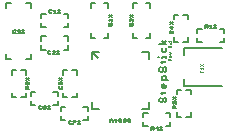
<source format=gto>
G75*
G70*
%OFA0B0*%
%FSLAX24Y24*%
%IPPOS*%
%LPD*%
%AMOC8*
5,1,8,0,0,1.08239X$1,22.5*
%
%ADD10C,0.0080*%
%ADD11C,0.0060*%
%ADD12C,0.0050*%
%ADD13C,0.0040*%
D10*
X003219Y001706D02*
X003219Y001941D01*
X003219Y001706D02*
X003454Y001706D01*
X004873Y001706D02*
X005108Y001706D01*
X005108Y001941D01*
X005453Y001967D02*
X005490Y001930D01*
X005527Y001930D01*
X005563Y001967D01*
X005563Y002040D01*
X005600Y002077D01*
X005637Y002077D01*
X005673Y002040D01*
X005673Y001967D01*
X005637Y001930D01*
X005490Y002077D02*
X005453Y002040D01*
X005453Y001967D01*
X005527Y002206D02*
X005527Y002280D01*
X005490Y002243D02*
X005637Y002243D01*
X005673Y002280D01*
X005637Y002390D02*
X005563Y002390D01*
X005527Y002427D01*
X005527Y002500D01*
X005563Y002537D01*
X005600Y002537D01*
X005600Y002390D01*
X005637Y002390D02*
X005673Y002427D01*
X005673Y002500D01*
X005673Y002667D02*
X005673Y002777D01*
X005637Y002813D01*
X005563Y002813D01*
X005527Y002777D01*
X005527Y002667D01*
X005747Y002667D01*
X005637Y002943D02*
X005673Y002980D01*
X005673Y003053D01*
X005637Y003090D01*
X005600Y003090D01*
X005563Y003053D01*
X005563Y002980D01*
X005527Y002943D01*
X005490Y002943D01*
X005453Y002980D01*
X005453Y003053D01*
X005490Y003090D01*
X005527Y003219D02*
X005527Y003292D01*
X005490Y003256D02*
X005637Y003256D01*
X005673Y003292D01*
X005673Y003403D02*
X005673Y003477D01*
X005673Y003440D02*
X005527Y003440D01*
X005527Y003403D01*
X005453Y003440D02*
X005416Y003440D01*
X005563Y003587D02*
X005637Y003587D01*
X005673Y003624D01*
X005673Y003734D01*
X005673Y003864D02*
X005453Y003864D01*
X005527Y003974D02*
X005600Y003864D01*
X005673Y003974D01*
X005527Y003734D02*
X005527Y003624D01*
X005563Y003587D01*
X005108Y003594D02*
X005108Y003359D01*
X005108Y003594D02*
X004873Y003594D01*
X003454Y003594D02*
X003219Y003594D01*
X003219Y003359D01*
X006283Y003494D02*
X006283Y003730D01*
X007543Y003730D01*
X006283Y002706D02*
X006283Y002470D01*
X007543Y002470D01*
D11*
X006493Y002350D02*
X006493Y002200D01*
X006493Y002350D02*
X006343Y002350D01*
X006183Y002350D02*
X006033Y002350D01*
X006033Y002200D01*
X006033Y001600D02*
X006033Y001450D01*
X006183Y001450D01*
X006343Y001450D02*
X006493Y001450D01*
X006493Y001600D01*
X005813Y001580D02*
X005813Y001430D01*
X005813Y001270D02*
X005813Y001120D01*
X005663Y001120D01*
X005063Y001120D02*
X004913Y001120D01*
X004913Y001270D01*
X004913Y001430D02*
X004913Y001580D01*
X005063Y001580D01*
X005663Y001580D02*
X005813Y001580D01*
X003413Y003400D02*
X003213Y003600D01*
X003173Y004080D02*
X003323Y004080D01*
X003173Y004080D02*
X003173Y004230D01*
X003603Y004080D02*
X003753Y004080D01*
X003753Y004230D01*
X004573Y004230D02*
X004573Y004080D01*
X004723Y004080D01*
X005003Y004080D02*
X005153Y004080D01*
X005153Y004230D01*
X005933Y004100D02*
X005933Y003950D01*
X006083Y003950D01*
X006243Y003950D02*
X006393Y003950D01*
X006393Y004100D01*
X006713Y004070D02*
X006713Y003920D01*
X006863Y003920D01*
X006713Y004230D02*
X006713Y004380D01*
X006863Y004380D01*
X006393Y004700D02*
X006393Y004850D01*
X006243Y004850D01*
X006083Y004850D02*
X005933Y004850D01*
X005933Y004700D01*
X005153Y005070D02*
X005153Y005220D01*
X005003Y005220D01*
X004723Y005220D02*
X004573Y005220D01*
X004573Y005070D01*
X003753Y005070D02*
X003753Y005220D01*
X003603Y005220D01*
X003323Y005220D02*
X003173Y005220D01*
X003173Y005070D01*
X002413Y004880D02*
X002413Y004730D01*
X002413Y004880D02*
X002263Y004880D01*
X002413Y004570D02*
X002413Y004420D01*
X002263Y004420D01*
X002263Y004130D02*
X002413Y004130D01*
X002413Y003980D01*
X002413Y003820D02*
X002413Y003670D01*
X002263Y003670D01*
X001663Y003670D02*
X001513Y003670D01*
X001513Y003820D01*
X001513Y003980D02*
X001513Y004130D01*
X001663Y004130D01*
X001663Y004420D02*
X001513Y004420D01*
X001513Y004570D01*
X001513Y004730D02*
X001513Y004880D01*
X001663Y004880D01*
X001173Y005070D02*
X001173Y005220D01*
X001023Y005220D01*
X000503Y005220D02*
X000353Y005220D01*
X000353Y005070D01*
X000353Y003530D02*
X000353Y003380D01*
X000503Y003380D01*
X000533Y003000D02*
X000533Y002850D01*
X000533Y003000D02*
X000683Y003000D01*
X000853Y003000D02*
X001003Y003000D01*
X001003Y002850D01*
X001023Y003380D02*
X001173Y003380D01*
X001173Y003530D01*
X002233Y003000D02*
X002233Y002850D01*
X002233Y003000D02*
X002383Y003000D01*
X002543Y003000D02*
X002693Y003000D01*
X002693Y002850D01*
X002063Y002280D02*
X001913Y002280D01*
X002063Y002280D02*
X002063Y002130D01*
X002063Y001970D02*
X002063Y001820D01*
X001913Y001820D01*
X002163Y001780D02*
X002163Y001630D01*
X002163Y001470D02*
X002163Y001320D01*
X002313Y001320D01*
X002313Y001780D02*
X002163Y001780D01*
X002233Y002100D02*
X002383Y002100D01*
X002233Y002100D02*
X002233Y002250D01*
X002543Y002100D02*
X002693Y002100D01*
X002693Y002250D01*
X002913Y001780D02*
X003063Y001780D01*
X003063Y001630D01*
X003063Y001470D02*
X003063Y001320D01*
X002913Y001320D01*
X001313Y001820D02*
X001163Y001820D01*
X001163Y001970D01*
X001163Y002130D02*
X001163Y002280D01*
X001313Y002280D01*
X001003Y002250D02*
X001003Y002100D01*
X000853Y002100D01*
X000683Y002100D02*
X000533Y002100D01*
X000533Y002250D01*
X007463Y003920D02*
X007613Y003920D01*
X007613Y004070D01*
X007613Y004230D02*
X007613Y004380D01*
X007463Y004380D01*
D12*
X001493Y001700D02*
X001457Y001700D01*
X001438Y001718D01*
X001438Y001792D01*
X001457Y001810D01*
X001493Y001810D01*
X001512Y001792D01*
X001512Y001718D02*
X001493Y001700D01*
X001586Y001718D02*
X001604Y001700D01*
X001641Y001700D01*
X001659Y001718D01*
X001659Y001737D01*
X001641Y001755D01*
X001586Y001755D01*
X001586Y001718D01*
X001586Y001755D02*
X001622Y001792D01*
X001659Y001810D01*
X001733Y001810D02*
X001806Y001700D01*
X001733Y001700D02*
X001806Y001810D01*
X002438Y001292D02*
X002438Y001218D01*
X002457Y001200D01*
X002493Y001200D01*
X002512Y001218D01*
X002586Y001218D02*
X002586Y001200D01*
X002586Y001218D02*
X002659Y001292D01*
X002659Y001310D01*
X002586Y001310D01*
X002512Y001292D02*
X002493Y001310D01*
X002457Y001310D01*
X002438Y001292D01*
X002733Y001310D02*
X002806Y001200D01*
X002733Y001200D02*
X002806Y001310D01*
X003818Y001325D02*
X003892Y001325D01*
X003892Y001343D02*
X003892Y001270D01*
X003892Y001343D02*
X003855Y001380D01*
X003818Y001343D01*
X003818Y001270D01*
X003966Y001325D02*
X004039Y001325D01*
X004021Y001270D02*
X004021Y001380D01*
X003966Y001325D01*
X004113Y001343D02*
X004131Y001325D01*
X004186Y001325D01*
X004186Y001288D02*
X004186Y001362D01*
X004168Y001380D01*
X004131Y001380D01*
X004113Y001362D01*
X004113Y001343D01*
X004113Y001288D02*
X004131Y001270D01*
X004168Y001270D01*
X004186Y001288D01*
X004260Y001288D02*
X004260Y001307D01*
X004279Y001325D01*
X004315Y001325D01*
X004334Y001307D01*
X004334Y001288D01*
X004315Y001270D01*
X004279Y001270D01*
X004260Y001288D01*
X004279Y001325D02*
X004260Y001343D01*
X004260Y001362D01*
X004279Y001380D01*
X004315Y001380D01*
X004334Y001362D01*
X004334Y001343D01*
X004315Y001325D01*
X004408Y001307D02*
X004426Y001325D01*
X004463Y001325D01*
X004481Y001307D01*
X004481Y001288D01*
X004463Y001270D01*
X004426Y001270D01*
X004408Y001288D01*
X004408Y001307D01*
X004426Y001325D02*
X004408Y001343D01*
X004408Y001362D01*
X004426Y001380D01*
X004463Y001380D01*
X004481Y001362D01*
X004481Y001343D01*
X004463Y001325D01*
X005188Y001110D02*
X005188Y001000D01*
X005188Y001037D02*
X005243Y001037D01*
X005262Y001055D01*
X005262Y001092D01*
X005243Y001110D01*
X005188Y001110D01*
X005225Y001037D02*
X005262Y001000D01*
X005336Y001055D02*
X005409Y001055D01*
X005391Y001000D02*
X005391Y001110D01*
X005336Y001055D01*
X005483Y001000D02*
X005556Y001110D01*
X005483Y001110D02*
X005556Y001000D01*
X005913Y001733D02*
X005913Y001788D01*
X005932Y001806D01*
X005968Y001806D01*
X005987Y001788D01*
X005987Y001733D01*
X006023Y001733D02*
X005913Y001733D01*
X005987Y001770D02*
X006023Y001806D01*
X006005Y001880D02*
X006023Y001899D01*
X006023Y001935D01*
X006005Y001954D01*
X005987Y001954D01*
X005968Y001935D01*
X005968Y001917D01*
X005968Y001935D02*
X005950Y001954D01*
X005932Y001954D01*
X005913Y001935D01*
X005913Y001899D01*
X005932Y001880D01*
X005913Y002028D02*
X006023Y002101D01*
X006023Y002028D02*
X005913Y002101D01*
X005905Y004233D02*
X005832Y004233D01*
X005813Y004251D01*
X005813Y004288D01*
X005832Y004306D01*
X005905Y004306D02*
X005923Y004288D01*
X005923Y004251D01*
X005905Y004233D01*
X005868Y004380D02*
X005868Y004454D01*
X005923Y004435D02*
X005813Y004435D01*
X005868Y004380D01*
X005813Y004528D02*
X005923Y004601D01*
X005923Y004528D02*
X005813Y004601D01*
X006988Y004510D02*
X006988Y004400D01*
X006988Y004437D02*
X007043Y004437D01*
X007062Y004455D01*
X007062Y004492D01*
X007043Y004510D01*
X006988Y004510D01*
X007025Y004437D02*
X007062Y004400D01*
X007136Y004400D02*
X007209Y004400D01*
X007172Y004400D02*
X007172Y004510D01*
X007136Y004473D01*
X007283Y004510D02*
X007356Y004400D01*
X007283Y004400D02*
X007356Y004510D01*
X004573Y004501D02*
X004555Y004483D01*
X004573Y004501D02*
X004573Y004538D01*
X004555Y004556D01*
X004537Y004556D01*
X004518Y004538D01*
X004518Y004501D01*
X004500Y004483D01*
X004482Y004483D01*
X004463Y004501D01*
X004463Y004538D01*
X004482Y004556D01*
X004482Y004630D02*
X004463Y004649D01*
X004463Y004685D01*
X004482Y004704D01*
X004500Y004704D01*
X004573Y004630D01*
X004573Y004704D01*
X004573Y004778D02*
X004463Y004851D01*
X004463Y004778D02*
X004573Y004851D01*
X003873Y004851D02*
X003763Y004778D01*
X003763Y004851D02*
X003873Y004778D01*
X003873Y004704D02*
X003873Y004630D01*
X003873Y004667D02*
X003763Y004667D01*
X003800Y004630D01*
X003782Y004556D02*
X003763Y004538D01*
X003763Y004501D01*
X003782Y004483D01*
X003800Y004483D01*
X003818Y004501D01*
X003818Y004538D01*
X003837Y004556D01*
X003855Y004556D01*
X003873Y004538D01*
X003873Y004501D01*
X003855Y004483D01*
X002156Y004900D02*
X002083Y005010D01*
X002156Y005010D02*
X002083Y004900D01*
X002009Y004900D02*
X001936Y004900D01*
X001972Y004900D02*
X001972Y005010D01*
X001936Y004973D01*
X001862Y004992D02*
X001843Y005010D01*
X001807Y005010D01*
X001788Y004992D01*
X001788Y004918D01*
X001807Y004900D01*
X001843Y004900D01*
X001862Y004918D01*
X000956Y004335D02*
X000883Y004225D01*
X000956Y004225D02*
X000883Y004335D01*
X000809Y004317D02*
X000809Y004298D01*
X000791Y004280D01*
X000809Y004262D01*
X000809Y004243D01*
X000791Y004225D01*
X000754Y004225D01*
X000736Y004243D01*
X000772Y004280D02*
X000791Y004280D01*
X000809Y004317D02*
X000791Y004335D01*
X000754Y004335D01*
X000736Y004317D01*
X000662Y004317D02*
X000643Y004335D01*
X000607Y004335D01*
X000588Y004317D01*
X000588Y004243D01*
X000607Y004225D01*
X000643Y004225D01*
X000662Y004243D01*
X001746Y003632D02*
X001746Y003558D01*
X001765Y003540D01*
X001801Y003540D01*
X001820Y003558D01*
X001820Y003632D02*
X001801Y003650D01*
X001765Y003650D01*
X001746Y003632D01*
X001894Y003632D02*
X001912Y003650D01*
X001949Y003650D01*
X001967Y003632D01*
X001967Y003613D01*
X001894Y003540D01*
X001967Y003540D01*
X002041Y003540D02*
X002114Y003650D01*
X002041Y003650D02*
X002114Y003540D01*
X002113Y002751D02*
X002223Y002678D01*
X002223Y002751D02*
X002113Y002678D01*
X002113Y002604D02*
X002113Y002530D01*
X002168Y002530D01*
X002150Y002567D01*
X002150Y002585D01*
X002168Y002604D01*
X002205Y002604D01*
X002223Y002585D01*
X002223Y002549D01*
X002205Y002530D01*
X002205Y002456D02*
X002223Y002438D01*
X002223Y002401D01*
X002205Y002383D01*
X002132Y002383D01*
X002113Y002401D01*
X002113Y002438D01*
X002132Y002456D01*
X001123Y002456D02*
X001087Y002420D01*
X001087Y002438D02*
X001087Y002383D01*
X001123Y002383D02*
X001013Y002383D01*
X001013Y002438D01*
X001032Y002456D01*
X001068Y002456D01*
X001087Y002438D01*
X001123Y002530D02*
X001050Y002604D01*
X001032Y002604D01*
X001013Y002585D01*
X001013Y002549D01*
X001032Y002530D01*
X001123Y002530D02*
X001123Y002604D01*
X001123Y002678D02*
X001013Y002751D01*
X001013Y002678D02*
X001123Y002751D01*
D13*
X005753Y003322D02*
X005753Y003362D01*
X005767Y003375D01*
X005793Y003375D01*
X005807Y003362D01*
X005807Y003322D01*
X005833Y003322D02*
X005753Y003322D01*
X005807Y003348D02*
X005833Y003375D01*
X005820Y003432D02*
X005793Y003432D01*
X005780Y003446D01*
X005780Y003472D01*
X005793Y003486D01*
X005807Y003486D01*
X005807Y003432D01*
X005820Y003432D02*
X005833Y003446D01*
X005833Y003472D01*
X005780Y003543D02*
X005833Y003569D01*
X005780Y003596D01*
X005767Y003764D02*
X005753Y003777D01*
X005753Y003804D01*
X005767Y003817D01*
X005820Y003764D01*
X005833Y003777D01*
X005833Y003804D01*
X005820Y003817D01*
X005767Y003817D01*
X005767Y003764D02*
X005820Y003764D01*
X005820Y003874D02*
X005820Y003888D01*
X005833Y003888D01*
X005833Y003874D01*
X005820Y003874D01*
X005833Y003929D02*
X005833Y003983D01*
X005833Y003956D02*
X005753Y003956D01*
X005780Y003929D01*
X006813Y003194D02*
X006893Y003141D01*
X006893Y003194D02*
X006813Y003141D01*
X006813Y003057D02*
X006893Y003057D01*
X006893Y003030D02*
X006893Y003084D01*
X006840Y003030D02*
X006813Y003057D01*
X006813Y002973D02*
X006813Y002920D01*
X006813Y002947D02*
X006893Y002947D01*
M02*

</source>
